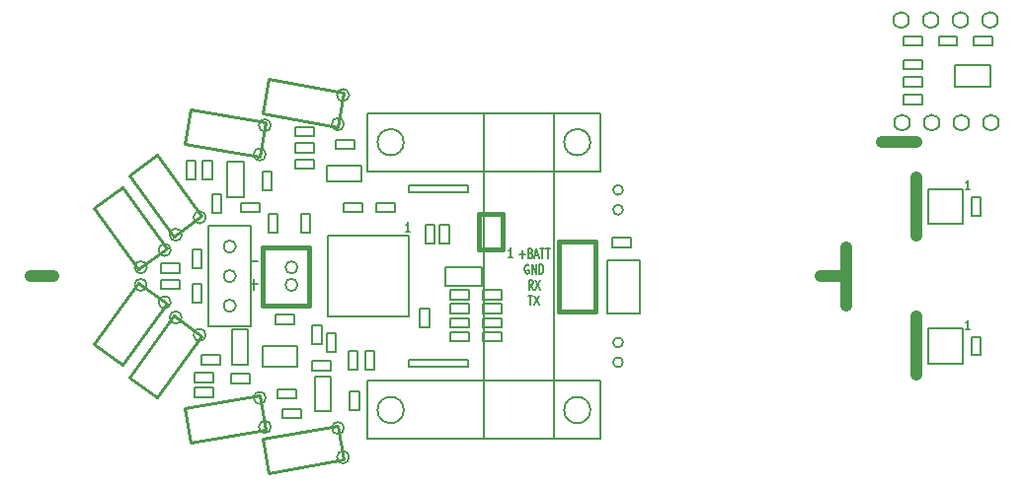
<source format=gto>
G04 #@! TF.GenerationSoftware,KiCad,Pcbnew,(5.0.1)-3*
G04 #@! TF.CreationDate,2018-10-30T21:40:18+09:00*
G04 #@! TF.ProjectId,Zirconia,5A6972636F6E69612E6B696361645F70,rev?*
G04 #@! TF.SameCoordinates,Original*
G04 #@! TF.FileFunction,Legend,Top*
G04 #@! TF.FilePolarity,Positive*
%FSLAX46Y46*%
G04 Gerber Fmt 4.6, Leading zero omitted, Abs format (unit mm)*
G04 Created by KiCad (PCBNEW (5.0.1)-3) date 2018/10/30 21:40:18*
%MOMM*%
%LPD*%
G01*
G04 APERTURE LIST*
%ADD10C,0.150000*%
%ADD11C,0.200000*%
%ADD12C,1.000000*%
%ADD13C,0.127000*%
%ADD14C,0.381000*%
%ADD15C,0.248920*%
%ADD16C,0.152400*%
G04 APERTURE END LIST*
D10*
X127472108Y-43063004D02*
X127129251Y-43063004D01*
X127300680Y-43063004D02*
X127300680Y-42263004D01*
X127243537Y-42377290D01*
X127186394Y-42453480D01*
X127129251Y-42491576D01*
X136272108Y-45263004D02*
X135929251Y-45263004D01*
X136100680Y-45263004D02*
X136100680Y-44463004D01*
X136043537Y-44577290D01*
X135986394Y-44653480D01*
X135929251Y-44691576D01*
D11*
X113795918Y-45586814D02*
X114405441Y-45586814D01*
X113795918Y-47586814D02*
X114405441Y-47586814D01*
X114100680Y-48043957D02*
X114100680Y-47129671D01*
D10*
X136857822Y-45033242D02*
X137314965Y-45033242D01*
X137086394Y-45338004D02*
X137086394Y-44728480D01*
X137800680Y-44918957D02*
X137886394Y-44957052D01*
X137914965Y-44995147D01*
X137943537Y-45071338D01*
X137943537Y-45185623D01*
X137914965Y-45261814D01*
X137886394Y-45299909D01*
X137829251Y-45338004D01*
X137600680Y-45338004D01*
X137600680Y-44538004D01*
X137800680Y-44538004D01*
X137857822Y-44576100D01*
X137886394Y-44614195D01*
X137914965Y-44690385D01*
X137914965Y-44766576D01*
X137886394Y-44842766D01*
X137857822Y-44880861D01*
X137800680Y-44918957D01*
X137600680Y-44918957D01*
X138172108Y-45109433D02*
X138457822Y-45109433D01*
X138114965Y-45338004D02*
X138314965Y-44538004D01*
X138514965Y-45338004D01*
X138629251Y-44538004D02*
X138972108Y-44538004D01*
X138800680Y-45338004D02*
X138800680Y-44538004D01*
X139086394Y-44538004D02*
X139429251Y-44538004D01*
X139257822Y-45338004D02*
X139257822Y-44538004D01*
X137643537Y-45926100D02*
X137586394Y-45888004D01*
X137500680Y-45888004D01*
X137414965Y-45926100D01*
X137357822Y-46002290D01*
X137329251Y-46078480D01*
X137300680Y-46230861D01*
X137300680Y-46345147D01*
X137329251Y-46497528D01*
X137357822Y-46573719D01*
X137414965Y-46649909D01*
X137500680Y-46688004D01*
X137557822Y-46688004D01*
X137643537Y-46649909D01*
X137672108Y-46611814D01*
X137672108Y-46345147D01*
X137557822Y-46345147D01*
X137929251Y-46688004D02*
X137929251Y-45888004D01*
X138272108Y-46688004D01*
X138272108Y-45888004D01*
X138557822Y-46688004D02*
X138557822Y-45888004D01*
X138700680Y-45888004D01*
X138786394Y-45926100D01*
X138843537Y-46002290D01*
X138872108Y-46078480D01*
X138900680Y-46230861D01*
X138900680Y-46345147D01*
X138872108Y-46497528D01*
X138843537Y-46573719D01*
X138786394Y-46649909D01*
X138700680Y-46688004D01*
X138557822Y-46688004D01*
X138000680Y-48038004D02*
X137800680Y-47657052D01*
X137657822Y-48038004D02*
X137657822Y-47238004D01*
X137886394Y-47238004D01*
X137943537Y-47276100D01*
X137972108Y-47314195D01*
X138000680Y-47390385D01*
X138000680Y-47504671D01*
X137972108Y-47580861D01*
X137943537Y-47618957D01*
X137886394Y-47657052D01*
X137657822Y-47657052D01*
X138200680Y-47238004D02*
X138600680Y-48038004D01*
X138600680Y-47238004D02*
X138200680Y-48038004D01*
X137643537Y-48588004D02*
X137986394Y-48588004D01*
X137814965Y-49388004D02*
X137814965Y-48588004D01*
X138129251Y-48588004D02*
X138529251Y-49388004D01*
X138529251Y-48588004D02*
X138129251Y-49388004D01*
X175472108Y-51463004D02*
X175129251Y-51463004D01*
X175300680Y-51463004D02*
X175300680Y-50663004D01*
X175243537Y-50777290D01*
X175186394Y-50853480D01*
X175129251Y-50891576D01*
X175472108Y-39463004D02*
X175129251Y-39463004D01*
X175300680Y-39463004D02*
X175300680Y-38663004D01*
X175243537Y-38777290D01*
X175186394Y-38853480D01*
X175129251Y-38891576D01*
D12*
X170900680Y-35401100D02*
X167900680Y-35401100D01*
X170900680Y-50401100D02*
X170900680Y-55401100D01*
X170900680Y-43401100D02*
X170900680Y-38401100D01*
X164900680Y-44401100D02*
X164900680Y-49401100D01*
X164900680Y-46901100D02*
X162700680Y-46901100D01*
X94900680Y-46901100D02*
X96900680Y-46901100D01*
D10*
G04 #@! TO.C,U7*
X174200680Y-28801100D02*
X174200680Y-30601100D01*
X177200680Y-28801100D02*
X174200680Y-28801100D01*
X177200680Y-30601100D02*
X177200680Y-28801100D01*
X174200680Y-30601100D02*
X177200680Y-30601100D01*
D13*
G04 #@! TO.C,R12*
X112100580Y-55302320D02*
X113700780Y-55302320D01*
X113700780Y-55302320D02*
X113700780Y-56099880D01*
X113700780Y-56099880D02*
X112100580Y-56099880D01*
X112100580Y-56099880D02*
X112100580Y-55302320D01*
D14*
G04 #@! TO.C,P6*
X118801820Y-44401740D02*
X114801320Y-44401740D01*
X114801320Y-44401740D02*
X114801320Y-49400460D01*
X114801320Y-49400460D02*
X118801820Y-49400460D01*
X118801820Y-49400460D02*
X118801820Y-44401740D01*
G04 #@! TO.C,U3*
X135401440Y-44602240D02*
X135401440Y-41599960D01*
X135401440Y-41599960D02*
X133399920Y-41599960D01*
X133399920Y-41599960D02*
X133399920Y-44602240D01*
X133399920Y-44602240D02*
X135401440Y-44602240D01*
D10*
G04 #@! TO.C,U6*
X127400680Y-54101100D02*
X127400680Y-54701100D01*
X127400680Y-54701100D02*
X132400680Y-54701100D01*
X132400680Y-54701100D02*
X132400680Y-54101100D01*
X132400680Y-54101100D02*
X127400680Y-54101100D01*
G04 #@! TO.C,U5*
X132400680Y-39701100D02*
X132400680Y-39101100D01*
X132400680Y-39101100D02*
X127400680Y-39101100D01*
X127400680Y-39101100D02*
X127400680Y-39701100D01*
X127400680Y-39701100D02*
X132400680Y-39701100D01*
G04 #@! TO.C,Q7*
X112200680Y-54501100D02*
X113600680Y-54501100D01*
X113600680Y-54501100D02*
X113600680Y-51501100D01*
X113600680Y-51501100D02*
X112200680Y-51501100D01*
X112200680Y-51501100D02*
X112200680Y-54501100D01*
G04 #@! TO.C,Q6*
X111800680Y-40101100D02*
X113200680Y-40101100D01*
X113200680Y-40101100D02*
X113200680Y-37101100D01*
X113200680Y-37101100D02*
X111800680Y-37101100D01*
X111800680Y-37101100D02*
X111800680Y-40101100D01*
G04 #@! TO.C,Q5*
X120300680Y-37401100D02*
X120300680Y-38801100D01*
X120300680Y-38801100D02*
X123300680Y-38801100D01*
X123300680Y-38801100D02*
X123300680Y-37401100D01*
X123300680Y-37401100D02*
X120300680Y-37401100D01*
G04 #@! TO.C,Q8*
X119300680Y-58501100D02*
X120700680Y-58501100D01*
X120700680Y-58501100D02*
X120700680Y-55501100D01*
X120700680Y-55501100D02*
X119300680Y-55501100D01*
X119300680Y-55501100D02*
X119300680Y-58501100D01*
D13*
G04 #@! TO.C,SW1*
X147200220Y-45499860D02*
X147200220Y-50102340D01*
X147200220Y-50102340D02*
X144401140Y-50102340D01*
X144401140Y-50102340D02*
X144401140Y-45499860D01*
X144401140Y-45499860D02*
X147200220Y-45499860D01*
D15*
G04 #@! TO.C,Q1*
X121761350Y-31122766D02*
X115360238Y-29994077D01*
X115360238Y-29994077D02*
X114838897Y-32950745D01*
X114838897Y-32950745D02*
X121240010Y-34079434D01*
X121240010Y-34079434D02*
X121761350Y-31122766D01*
G04 #@! TO.C,Q2*
X106615128Y-44518752D02*
X102794606Y-39260255D01*
X102794606Y-39260255D02*
X100365710Y-41024951D01*
X100365710Y-41024951D02*
X104186232Y-46283448D01*
X104186232Y-46283448D02*
X106615128Y-44518752D01*
G04 #@! TO.C,Q3*
X104186232Y-47518752D02*
X100365710Y-52777249D01*
X100365710Y-52777249D02*
X102794606Y-54541945D01*
X102794606Y-54541945D02*
X106615128Y-49283448D01*
X106615128Y-49283448D02*
X104186232Y-47518752D01*
G04 #@! TO.C,Q4*
X121240010Y-59722766D02*
X114838897Y-60851455D01*
X114838897Y-60851455D02*
X115360238Y-63808123D01*
X115360238Y-63808123D02*
X121761350Y-62679434D01*
X121761350Y-62679434D02*
X121240010Y-59722766D01*
D10*
G04 #@! TO.C,U1*
X174900680Y-39401100D02*
X171900680Y-39401100D01*
X171900680Y-39401100D02*
X171900680Y-42401100D01*
X171900680Y-42401100D02*
X174900680Y-42401100D01*
X174900680Y-42401100D02*
X174900680Y-39401100D01*
G04 #@! TO.C,U9*
X174900680Y-51401100D02*
X171900680Y-51401100D01*
X171900680Y-51401100D02*
X171900680Y-54401100D01*
X171900680Y-54401100D02*
X174900680Y-54401100D01*
X174900680Y-54401100D02*
X174900680Y-51401100D01*
G04 #@! TO.C,P7*
X139800680Y-60901100D02*
X139800680Y-32901100D01*
X133800680Y-33001100D02*
X133800680Y-60901100D01*
X123800680Y-60901100D02*
X143800680Y-60901100D01*
X143800680Y-60901100D02*
X143800680Y-55901100D01*
X143800680Y-55901100D02*
X123800680Y-55901100D01*
X123800680Y-55901100D02*
X123800680Y-60901100D01*
X123800680Y-32901100D02*
X123800680Y-37901100D01*
X123800680Y-37901100D02*
X143800680Y-37901100D01*
X143800680Y-37901100D02*
X143800680Y-32901100D01*
X143800680Y-32901100D02*
X123800680Y-32901100D01*
D15*
G04 #@! TO.C,D4*
X114540010Y-57122766D02*
X108138897Y-58251455D01*
X108138897Y-58251455D02*
X108660238Y-61208123D01*
X108660238Y-61208123D02*
X115061350Y-60079434D01*
X115061350Y-60079434D02*
X114540010Y-57122766D01*
G04 #@! TO.C,D3*
X107186232Y-50318752D02*
X103365710Y-55577249D01*
X103365710Y-55577249D02*
X105794606Y-57341945D01*
X105794606Y-57341945D02*
X109615128Y-52083448D01*
X109615128Y-52083448D02*
X107186232Y-50318752D01*
G04 #@! TO.C,D2*
X109615128Y-41718752D02*
X105794606Y-36460255D01*
X105794606Y-36460255D02*
X103365710Y-38224951D01*
X103365710Y-38224951D02*
X107186232Y-43483448D01*
X107186232Y-43483448D02*
X109615128Y-41718752D01*
G04 #@! TO.C,D1*
X115061350Y-33722766D02*
X108660238Y-32594077D01*
X108660238Y-32594077D02*
X108138897Y-35550745D01*
X108138897Y-35550745D02*
X114540010Y-36679434D01*
X114540010Y-36679434D02*
X115061350Y-33722766D01*
D14*
G04 #@! TO.C,P5*
X143400680Y-43901360D02*
X140200280Y-43901360D01*
X140200280Y-43901360D02*
X140200280Y-49900840D01*
X140200280Y-49900840D02*
X143400680Y-49900840D01*
X143400680Y-49900840D02*
X143400680Y-43901360D01*
D10*
G04 #@! TO.C,SW2*
X113800680Y-42601100D02*
X110200680Y-42601100D01*
X110200680Y-42601100D02*
X110200680Y-51201100D01*
X110200680Y-51201100D02*
X113800680Y-51201100D01*
X113800680Y-51201100D02*
X113800680Y-42601100D01*
G04 #@! TO.C,U4*
X127400680Y-43401100D02*
X120400680Y-43401100D01*
X120400680Y-43401100D02*
X120400680Y-50401100D01*
X120400680Y-50401100D02*
X127400680Y-50401100D01*
X127400680Y-50401100D02*
X127400680Y-43401100D01*
D13*
G04 #@! TO.C,D10*
X174390780Y-27119880D02*
X172790580Y-27119880D01*
X172790580Y-27119880D02*
X172790580Y-26322320D01*
X172790580Y-26322320D02*
X174390780Y-26322320D01*
X174390780Y-26322320D02*
X174390780Y-27119880D01*
G04 #@! TO.C,D9*
X109599460Y-47601000D02*
X109599460Y-49201200D01*
X109599460Y-49201200D02*
X108801900Y-49201200D01*
X108801900Y-49201200D02*
X108801900Y-47601000D01*
X108801900Y-47601000D02*
X109599460Y-47601000D01*
G04 #@! TO.C,D8*
X130900580Y-51702320D02*
X132500780Y-51702320D01*
X132500780Y-51702320D02*
X132500780Y-52499880D01*
X132500780Y-52499880D02*
X130900580Y-52499880D01*
X130900580Y-52499880D02*
X130900580Y-51702320D01*
G04 #@! TO.C,D7*
X130900580Y-50502320D02*
X132500780Y-50502320D01*
X132500780Y-50502320D02*
X132500780Y-51299880D01*
X132500780Y-51299880D02*
X130900580Y-51299880D01*
X130900580Y-51299880D02*
X130900580Y-50502320D01*
G04 #@! TO.C,D6*
X130900580Y-49302320D02*
X132500780Y-49302320D01*
X132500780Y-49302320D02*
X132500780Y-50099880D01*
X132500780Y-50099880D02*
X130900580Y-50099880D01*
X130900580Y-50099880D02*
X130900580Y-49302320D01*
G04 #@! TO.C,D5*
X130900580Y-48102320D02*
X132500780Y-48102320D01*
X132500780Y-48102320D02*
X132500780Y-48899880D01*
X132500780Y-48899880D02*
X130900580Y-48899880D01*
X130900580Y-48899880D02*
X130900580Y-48102320D01*
G04 #@! TO.C,C1*
X176399460Y-40101100D02*
X176399460Y-41701300D01*
X176399460Y-41701300D02*
X175601900Y-41701300D01*
X175601900Y-41701300D02*
X175601900Y-40101100D01*
X175601900Y-40101100D02*
X176399460Y-40101100D01*
G04 #@! TO.C,C19*
X175790580Y-26322320D02*
X177390780Y-26322320D01*
X177390780Y-26322320D02*
X177390780Y-27119880D01*
X177390780Y-27119880D02*
X175790580Y-27119880D01*
X175790580Y-27119880D02*
X175790580Y-26322320D01*
G04 #@! TO.C,C18*
X176399460Y-52100900D02*
X176399460Y-53701100D01*
X176399460Y-53701100D02*
X175601900Y-53701100D01*
X175601900Y-53701100D02*
X175601900Y-52100900D01*
X175601900Y-52100900D02*
X176399460Y-52100900D01*
G04 #@! TO.C,C15*
X115900580Y-50202320D02*
X117500780Y-50202320D01*
X117500780Y-50202320D02*
X117500780Y-50999880D01*
X117500780Y-50999880D02*
X115900580Y-50999880D01*
X115900580Y-50999880D02*
X115900580Y-50202320D01*
G04 #@! TO.C,C13*
X121099460Y-51801000D02*
X121099460Y-53401200D01*
X121099460Y-53401200D02*
X120301900Y-53401200D01*
X120301900Y-53401200D02*
X120301900Y-51801000D01*
X120301900Y-51801000D02*
X121099460Y-51801000D01*
G04 #@! TO.C,R13*
X116100580Y-56602320D02*
X117700780Y-56602320D01*
X117700780Y-56602320D02*
X117700780Y-57399880D01*
X117700780Y-57399880D02*
X116100580Y-57399880D01*
X116100580Y-57399880D02*
X116100580Y-56602320D01*
G04 #@! TO.C,C11*
X128301900Y-51301200D02*
X128301900Y-49701000D01*
X128301900Y-49701000D02*
X129099460Y-49701000D01*
X129099460Y-49701000D02*
X129099460Y-51301200D01*
X129099460Y-51301200D02*
X128301900Y-51301200D01*
G04 #@! TO.C,C10*
X109000580Y-56502320D02*
X110600780Y-56502320D01*
X110600780Y-56502320D02*
X110600780Y-57299880D01*
X110600780Y-57299880D02*
X109000580Y-57299880D01*
X109000580Y-57299880D02*
X109000580Y-56502320D01*
G04 #@! TO.C,C9*
X109000580Y-55202320D02*
X110600780Y-55202320D01*
X110600780Y-55202320D02*
X110600780Y-55999880D01*
X110600780Y-55999880D02*
X109000580Y-55999880D01*
X109000580Y-55999880D02*
X109000580Y-55202320D01*
G04 #@! TO.C,C8*
X130001900Y-44101200D02*
X130001900Y-42501000D01*
X130001900Y-42501000D02*
X130799460Y-42501000D01*
X130799460Y-42501000D02*
X130799460Y-44101200D01*
X130799460Y-44101200D02*
X130001900Y-44101200D01*
G04 #@! TO.C,C7*
X108301900Y-38601200D02*
X108301900Y-37001000D01*
X108301900Y-37001000D02*
X109099460Y-37001000D01*
X109099460Y-37001000D02*
X109099460Y-38601200D01*
X109099460Y-38601200D02*
X108301900Y-38601200D01*
G04 #@! TO.C,C6*
X128801900Y-44101200D02*
X128801900Y-42501000D01*
X128801900Y-42501000D02*
X129599460Y-42501000D01*
X129599460Y-42501000D02*
X129599460Y-44101200D01*
X129599460Y-44101200D02*
X128801900Y-44101200D01*
G04 #@! TO.C,C5*
X126200780Y-41399880D02*
X124600580Y-41399880D01*
X124600580Y-41399880D02*
X124600580Y-40602320D01*
X124600580Y-40602320D02*
X126200780Y-40602320D01*
X126200780Y-40602320D02*
X126200780Y-41399880D01*
G04 #@! TO.C,C4*
X121800580Y-40602320D02*
X123400780Y-40602320D01*
X123400780Y-40602320D02*
X123400780Y-41399880D01*
X123400780Y-41399880D02*
X121800580Y-41399880D01*
X121800580Y-41399880D02*
X121800580Y-40602320D01*
G04 #@! TO.C,C2*
X109701900Y-38601200D02*
X109701900Y-37001000D01*
X109701900Y-37001000D02*
X110499460Y-37001000D01*
X110499460Y-37001000D02*
X110499460Y-38601200D01*
X110499460Y-38601200D02*
X109701900Y-38601200D01*
G04 #@! TO.C,C14*
X119100580Y-54202320D02*
X120700780Y-54202320D01*
X120700780Y-54202320D02*
X120700780Y-54999880D01*
X120700780Y-54999880D02*
X119100580Y-54999880D01*
X119100580Y-54999880D02*
X119100580Y-54202320D01*
G04 #@! TO.C,R28*
X171390780Y-29119880D02*
X169790580Y-29119880D01*
X169790580Y-29119880D02*
X169790580Y-28322320D01*
X169790580Y-28322320D02*
X171390780Y-28322320D01*
X171390780Y-28322320D02*
X171390780Y-29119880D01*
G04 #@! TO.C,C12*
X119899460Y-51101000D02*
X119899460Y-52701200D01*
X119899460Y-52701200D02*
X119101900Y-52701200D01*
X119101900Y-52701200D02*
X119101900Y-51101000D01*
X119101900Y-51101000D02*
X119899460Y-51101000D01*
G04 #@! TO.C,R11*
X110501900Y-41501200D02*
X110501900Y-39901000D01*
X110501900Y-39901000D02*
X111299460Y-39901000D01*
X111299460Y-39901000D02*
X111299460Y-41501200D01*
X111299460Y-41501200D02*
X110501900Y-41501200D01*
G04 #@! TO.C,R10*
X114600780Y-41399880D02*
X113000580Y-41399880D01*
X113000580Y-41399880D02*
X113000580Y-40602320D01*
X113000580Y-40602320D02*
X114600780Y-40602320D01*
X114600780Y-40602320D02*
X114600780Y-41399880D01*
G04 #@! TO.C,R9*
X115599460Y-37901000D02*
X115599460Y-39501200D01*
X115599460Y-39501200D02*
X114801900Y-39501200D01*
X114801900Y-39501200D02*
X114801900Y-37901000D01*
X114801900Y-37901000D02*
X115599460Y-37901000D01*
G04 #@! TO.C,R8*
X117600580Y-34102320D02*
X119200780Y-34102320D01*
X119200780Y-34102320D02*
X119200780Y-34899880D01*
X119200780Y-34899880D02*
X117600580Y-34899880D01*
X117600580Y-34899880D02*
X117600580Y-34102320D01*
G04 #@! TO.C,R7*
X119200780Y-37699880D02*
X117600580Y-37699880D01*
X117600580Y-37699880D02*
X117600580Y-36902320D01*
X117600580Y-36902320D02*
X119200780Y-36902320D01*
X119200780Y-36902320D02*
X119200780Y-37699880D01*
G04 #@! TO.C,R6*
X117600580Y-35502320D02*
X119200780Y-35502320D01*
X119200780Y-35502320D02*
X119200780Y-36299880D01*
X119200780Y-36299880D02*
X117600580Y-36299880D01*
X117600580Y-36299880D02*
X117600580Y-35502320D01*
G04 #@! TO.C,R5*
X146400780Y-44399880D02*
X144800580Y-44399880D01*
X144800580Y-44399880D02*
X144800580Y-43602320D01*
X144800580Y-43602320D02*
X146400780Y-43602320D01*
X146400780Y-43602320D02*
X146400780Y-44399880D01*
G04 #@! TO.C,R4*
X122301900Y-58401200D02*
X122301900Y-56801000D01*
X122301900Y-56801000D02*
X123099460Y-56801000D01*
X123099460Y-56801000D02*
X123099460Y-58401200D01*
X123099460Y-58401200D02*
X122301900Y-58401200D01*
G04 #@! TO.C,R3*
X106100580Y-47202320D02*
X107700780Y-47202320D01*
X107700780Y-47202320D02*
X107700780Y-47999880D01*
X107700780Y-47999880D02*
X106100580Y-47999880D01*
X106100580Y-47999880D02*
X106100580Y-47202320D01*
G04 #@! TO.C,R2*
X106100580Y-45802320D02*
X107700780Y-45802320D01*
X107700780Y-45802320D02*
X107700780Y-46599880D01*
X107700780Y-46599880D02*
X106100580Y-46599880D01*
X106100580Y-46599880D02*
X106100580Y-45802320D01*
G04 #@! TO.C,R1*
X121100580Y-35202320D02*
X122700780Y-35202320D01*
X122700780Y-35202320D02*
X122700780Y-35999880D01*
X122700780Y-35999880D02*
X121100580Y-35999880D01*
X121100580Y-35999880D02*
X121100580Y-35202320D01*
G04 #@! TO.C,R14*
X109600580Y-53702320D02*
X111200780Y-53702320D01*
X111200780Y-53702320D02*
X111200780Y-54499880D01*
X111200780Y-54499880D02*
X109600580Y-54499880D01*
X109600580Y-54499880D02*
X109600580Y-53702320D01*
G04 #@! TO.C,R25*
X171390780Y-32119880D02*
X169790580Y-32119880D01*
X169790580Y-32119880D02*
X169790580Y-31322320D01*
X169790580Y-31322320D02*
X171390780Y-31322320D01*
X171390780Y-31322320D02*
X171390780Y-32119880D01*
G04 #@! TO.C,R26*
X169790580Y-26322320D02*
X171390780Y-26322320D01*
X171390780Y-26322320D02*
X171390780Y-27119880D01*
X171390780Y-27119880D02*
X169790580Y-27119880D01*
X169790580Y-27119880D02*
X169790580Y-26322320D01*
G04 #@! TO.C,R24*
X108801900Y-46201200D02*
X108801900Y-44601000D01*
X108801900Y-44601000D02*
X109599460Y-44601000D01*
X109599460Y-44601000D02*
X109599460Y-46201200D01*
X109599460Y-46201200D02*
X108801900Y-46201200D01*
G04 #@! TO.C,R23*
X135300780Y-52499880D02*
X133700580Y-52499880D01*
X133700580Y-52499880D02*
X133700580Y-51702320D01*
X133700580Y-51702320D02*
X135300780Y-51702320D01*
X135300780Y-51702320D02*
X135300780Y-52499880D01*
G04 #@! TO.C,R22*
X135300780Y-51299880D02*
X133700580Y-51299880D01*
X133700580Y-51299880D02*
X133700580Y-50502320D01*
X133700580Y-50502320D02*
X135300780Y-50502320D01*
X135300780Y-50502320D02*
X135300780Y-51299880D01*
G04 #@! TO.C,R21*
X135300780Y-50099880D02*
X133700580Y-50099880D01*
X133700580Y-50099880D02*
X133700580Y-49302320D01*
X133700580Y-49302320D02*
X135300780Y-49302320D01*
X135300780Y-49302320D02*
X135300780Y-50099880D01*
G04 #@! TO.C,R20*
X135300780Y-48899880D02*
X133700580Y-48899880D01*
X133700580Y-48899880D02*
X133700580Y-48102320D01*
X133700580Y-48102320D02*
X135300780Y-48102320D01*
X135300780Y-48102320D02*
X135300780Y-48899880D01*
G04 #@! TO.C,R19*
X118101900Y-43201200D02*
X118101900Y-41601000D01*
X118101900Y-41601000D02*
X118899460Y-41601000D01*
X118899460Y-41601000D02*
X118899460Y-43201200D01*
X118899460Y-43201200D02*
X118101900Y-43201200D01*
G04 #@! TO.C,R18*
X115301900Y-43201200D02*
X115301900Y-41601000D01*
X115301900Y-41601000D02*
X116099460Y-41601000D01*
X116099460Y-41601000D02*
X116099460Y-43201200D01*
X116099460Y-43201200D02*
X115301900Y-43201200D01*
G04 #@! TO.C,R17*
X116500580Y-58302320D02*
X118100780Y-58302320D01*
X118100780Y-58302320D02*
X118100780Y-59099880D01*
X118100780Y-59099880D02*
X116500580Y-59099880D01*
X116500580Y-59099880D02*
X116500580Y-58302320D01*
G04 #@! TO.C,R15*
X122999460Y-53301000D02*
X122999460Y-54901200D01*
X122999460Y-54901200D02*
X122201900Y-54901200D01*
X122201900Y-54901200D02*
X122201900Y-53301000D01*
X122201900Y-53301000D02*
X122999460Y-53301000D01*
G04 #@! TO.C,R16*
X123601900Y-54901200D02*
X123601900Y-53301000D01*
X123601900Y-53301000D02*
X124399460Y-53301000D01*
X124399460Y-53301000D02*
X124399460Y-54901200D01*
X124399460Y-54901200D02*
X123601900Y-54901200D01*
G04 #@! TO.C,R27*
X169790580Y-29822320D02*
X171390780Y-29822320D01*
X171390780Y-29822320D02*
X171390780Y-30619880D01*
X171390780Y-30619880D02*
X169790580Y-30619880D01*
X169790580Y-30619880D02*
X169790580Y-29822320D01*
G04 #@! TO.C,C3*
X130460480Y-46131000D02*
X133660880Y-46131000D01*
X133660880Y-46131000D02*
X133660880Y-47731200D01*
X133660880Y-47731200D02*
X130460480Y-47731200D01*
X130460480Y-47731200D02*
X130460480Y-46131000D01*
D10*
G04 #@! TO.C,U11*
X117800680Y-52901100D02*
X114800680Y-52901100D01*
X114800680Y-52901100D02*
X114800680Y-54701100D01*
X114800680Y-54701100D02*
X117800680Y-54701100D01*
X117800680Y-54701100D02*
X117800680Y-52901100D01*
G04 #@! TD*
D16*
G04 #@! TO.C,P6*
X117823920Y-47650400D02*
G75*
G03X117823920Y-47650400I-523240J0D01*
G01*
X117823920Y-46151800D02*
G75*
G03X117823920Y-46151800I-523240J0D01*
G01*
G04 #@! TD*
G04 #@! TO.C,P9*
X170245050Y-24911100D02*
G75*
G03X170245050Y-24911100I-674370J0D01*
G01*
X172785050Y-24911100D02*
G75*
G03X172785050Y-24911100I-674370J0D01*
G01*
X175325050Y-24911100D02*
G75*
G03X175325050Y-24911100I-674370J0D01*
G01*
X177865050Y-24911100D02*
G75*
G03X177865050Y-24911100I-674370J0D01*
G01*
G04 #@! TD*
G04 #@! TO.C,P8*
X170325050Y-33721100D02*
G75*
G03X170325050Y-33721100I-674370J0D01*
G01*
X172865050Y-33721100D02*
G75*
G03X172865050Y-33721100I-674370J0D01*
G01*
X175405050Y-33721100D02*
G75*
G03X175405050Y-33721100I-674370J0D01*
G01*
X177945050Y-33721100D02*
G75*
G03X177945050Y-33721100I-674370J0D01*
G01*
G04 #@! TD*
G04 #@! TO.C,Q1*
X121803387Y-33851806D02*
G75*
G03X121803387Y-33851806I-523240J0D01*
G01*
X122244453Y-31350394D02*
G75*
G03X122244453Y-31350394I-523240J0D01*
G01*
G04 #@! TD*
G04 #@! TO.C,Q2*
X104896468Y-46147587D02*
G75*
G03X104896468Y-46147587I-523240J0D01*
G01*
X106951372Y-44654613D02*
G75*
G03X106951372Y-44654613I-523240J0D01*
G01*
G04 #@! TD*
G04 #@! TO.C,Q3*
X106951372Y-49147587D02*
G75*
G03X106951372Y-49147587I-523240J0D01*
G01*
X104896468Y-47654613D02*
G75*
G03X104896468Y-47654613I-523240J0D01*
G01*
G04 #@! TD*
G04 #@! TO.C,Q4*
X122244453Y-62451806D02*
G75*
G03X122244453Y-62451806I-523240J0D01*
G01*
X121803387Y-59950394D02*
G75*
G03X121803387Y-59950394I-523240J0D01*
G01*
G04 #@! TD*
G04 #@! TO.C,P7*
X126924480Y-35401100D02*
G75*
G03X126924480Y-35401100I-1123800J0D01*
G01*
X126924480Y-58401100D02*
G75*
G03X126924480Y-58401100I-1123800J0D01*
G01*
X142924480Y-35401100D02*
G75*
G03X142924480Y-35401100I-1123800J0D01*
G01*
X142924480Y-58401100D02*
G75*
G03X142924480Y-58401100I-1123800J0D01*
G01*
G04 #@! TD*
G04 #@! TO.C,D4*
X115544453Y-59851806D02*
G75*
G03X115544453Y-59851806I-523240J0D01*
G01*
X115103387Y-57350394D02*
G75*
G03X115103387Y-57350394I-523240J0D01*
G01*
G04 #@! TD*
G04 #@! TO.C,D3*
X109951372Y-51947587D02*
G75*
G03X109951372Y-51947587I-523240J0D01*
G01*
X107896468Y-50454613D02*
G75*
G03X107896468Y-50454613I-523240J0D01*
G01*
G04 #@! TD*
G04 #@! TO.C,D2*
X107896468Y-43347587D02*
G75*
G03X107896468Y-43347587I-523240J0D01*
G01*
X109951372Y-41854613D02*
G75*
G03X109951372Y-41854613I-523240J0D01*
G01*
G04 #@! TD*
G04 #@! TO.C,D1*
X115103387Y-36451806D02*
G75*
G03X115103387Y-36451806I-523240J0D01*
G01*
X115544453Y-33950394D02*
G75*
G03X115544453Y-33950394I-523240J0D01*
G01*
G04 #@! TD*
G04 #@! TO.C,SW2*
X112524480Y-44361100D02*
G75*
G03X112524480Y-44361100I-523800J0D01*
G01*
X112524480Y-46901100D02*
G75*
G03X112524480Y-46901100I-523800J0D01*
G01*
X112524480Y-49441100D02*
G75*
G03X112524480Y-49441100I-523800J0D01*
G01*
G04 #@! TD*
G04 #@! TO.C,P4*
X145724860Y-54301100D02*
G75*
G03X145724860Y-54301100I-424180J0D01*
G01*
G04 #@! TD*
G04 #@! TO.C,P3*
X145724860Y-52601100D02*
G75*
G03X145724860Y-52601100I-424180J0D01*
G01*
G04 #@! TD*
G04 #@! TO.C,P2*
X145724860Y-39501100D02*
G75*
G03X145724860Y-39501100I-424180J0D01*
G01*
G04 #@! TD*
G04 #@! TO.C,P1*
X145724860Y-41201100D02*
G75*
G03X145724860Y-41201100I-424180J0D01*
G01*
G04 #@! TD*
M02*

</source>
